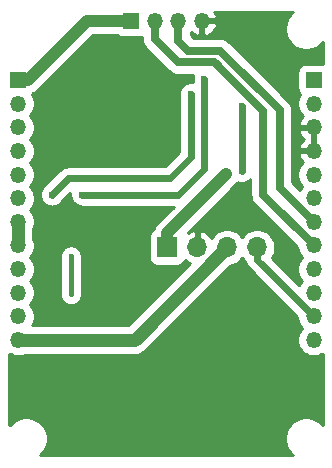
<source format=gbl>
%TF.GenerationSoftware,KiCad,Pcbnew,5.1.7-a382d34a8~88~ubuntu18.04.1*%
%TF.CreationDate,2022-07-15T15:30:23-05:00*%
%TF.ProjectId,Global_Val_Sen,476c6f62-616c-45f5-9661-6c5f53656e2e,rev?*%
%TF.SameCoordinates,Original*%
%TF.FileFunction,Copper,L2,Bot*%
%TF.FilePolarity,Positive*%
%FSLAX46Y46*%
G04 Gerber Fmt 4.6, Leading zero omitted, Abs format (unit mm)*
G04 Created by KiCad (PCBNEW 5.1.7-a382d34a8~88~ubuntu18.04.1) date 2022-07-15 15:30:23*
%MOMM*%
%LPD*%
G01*
G04 APERTURE LIST*
%TA.AperFunction,ComponentPad*%
%ADD10O,1.700000X1.700000*%
%TD*%
%TA.AperFunction,ComponentPad*%
%ADD11R,1.700000X1.700000*%
%TD*%
%TA.AperFunction,ComponentPad*%
%ADD12O,1.350000X1.350000*%
%TD*%
%TA.AperFunction,ComponentPad*%
%ADD13R,1.350000X1.350000*%
%TD*%
%TA.AperFunction,ViaPad*%
%ADD14C,0.600000*%
%TD*%
%TA.AperFunction,ViaPad*%
%ADD15C,0.800000*%
%TD*%
%TA.AperFunction,ViaPad*%
%ADD16C,1.000000*%
%TD*%
%TA.AperFunction,ViaPad*%
%ADD17C,0.425000*%
%TD*%
%TA.AperFunction,Conductor*%
%ADD18C,0.600000*%
%TD*%
%TA.AperFunction,Conductor*%
%ADD19C,0.700000*%
%TD*%
%TA.AperFunction,Conductor*%
%ADD20C,1.100000*%
%TD*%
%TA.AperFunction,Conductor*%
%ADD21C,0.425000*%
%TD*%
%TA.AperFunction,Conductor*%
%ADD22C,1.000000*%
%TD*%
%TA.AperFunction,Conductor*%
%ADD23C,0.254000*%
%TD*%
%TA.AperFunction,Conductor*%
%ADD24C,0.100000*%
%TD*%
G04 APERTURE END LIST*
D10*
X41700000Y-60670000D03*
X39160000Y-60670000D03*
X36620000Y-60670000D03*
D11*
X34080000Y-60670000D03*
D12*
X37020000Y-41490000D03*
X35020000Y-41490000D03*
X33020000Y-41490000D03*
D13*
X31020000Y-41490000D03*
D12*
X21500000Y-68500000D03*
X21500000Y-66500000D03*
X21500000Y-64500000D03*
X21500000Y-62500000D03*
X21500000Y-60500000D03*
X21500000Y-58500000D03*
X21500000Y-56500000D03*
X21500000Y-54500000D03*
X21500000Y-52500000D03*
X21500000Y-50500000D03*
X21500000Y-48500000D03*
D13*
X21500000Y-46500000D03*
D12*
X46500000Y-68500000D03*
X46500000Y-66500000D03*
X46500000Y-64500000D03*
X46500000Y-62500000D03*
X46500000Y-60500000D03*
X46500000Y-58500000D03*
X46500000Y-56500000D03*
X46500000Y-54500000D03*
X46500000Y-52500000D03*
X46500000Y-50500000D03*
X46500000Y-48500000D03*
D13*
X46500000Y-46500000D03*
D14*
X31600000Y-59020000D03*
D15*
X40310000Y-57840000D03*
D14*
X43450000Y-72660000D03*
X41240000Y-77460000D03*
X36660000Y-59020000D03*
D16*
X34870000Y-62700000D03*
D14*
X29350000Y-43500000D03*
X43150000Y-65270000D03*
X37240000Y-46380000D03*
X26900000Y-56195000D03*
D17*
X25940000Y-61410000D03*
X25940000Y-64650000D03*
D14*
X36110000Y-47670000D03*
X24340000Y-56195000D03*
D16*
X39110000Y-54430000D03*
D14*
X40400000Y-48700000D03*
X40400000Y-54200000D03*
D18*
X43480000Y-72450000D02*
X43480000Y-75220000D01*
X43480000Y-75220000D02*
X41240000Y-77460000D01*
D19*
X46500000Y-60500000D02*
X42190000Y-56190000D01*
X42190000Y-56190000D02*
X42190000Y-49140000D01*
X38350000Y-45300000D02*
X38350000Y-45260000D01*
X42190000Y-49140000D02*
X38350000Y-45300000D01*
X38350000Y-45260000D02*
X38090000Y-45000000D01*
X38090000Y-45000000D02*
X34970000Y-45000000D01*
X33020000Y-43050000D02*
X33020000Y-41490000D01*
X34970000Y-45000000D02*
X33020000Y-43050000D01*
X43600000Y-55600000D02*
X46500000Y-58500000D01*
X43600000Y-49010000D02*
X43600000Y-55600000D01*
X35880000Y-44010000D02*
X38600000Y-44010000D01*
X35020000Y-41490000D02*
X35020000Y-43150000D01*
X35020000Y-43150000D02*
X35880000Y-44010000D01*
X38600000Y-44010000D02*
X43600000Y-49010000D01*
D18*
X41700000Y-61700000D02*
X41700000Y-60670000D01*
X46500000Y-66500000D02*
X41700000Y-61700000D01*
D20*
X31330000Y-68500000D02*
X21500000Y-68500000D01*
X39160000Y-60670000D02*
X31330000Y-68500000D01*
D18*
X37240000Y-46380000D02*
X37240000Y-53990000D01*
X37240000Y-53990000D02*
X35035000Y-56195000D01*
X35035000Y-56195000D02*
X26900000Y-56195000D01*
D21*
X25940000Y-61410000D02*
X25940000Y-64650000D01*
D20*
X21500000Y-58500000D02*
X21500000Y-60500000D01*
D18*
X36110000Y-47670000D02*
X36110000Y-53040000D01*
X36110000Y-53040000D02*
X34330000Y-54820000D01*
X34330000Y-54820000D02*
X25715000Y-54820000D01*
X25715000Y-54820000D02*
X24340000Y-56195000D01*
D22*
X21500000Y-46500000D02*
X22290000Y-46500000D01*
X22290000Y-46500000D02*
X27300000Y-41490000D01*
X27300000Y-41490000D02*
X31020000Y-41490000D01*
X39110000Y-54430000D02*
X34530000Y-59010000D01*
X34080000Y-59460000D02*
X34530000Y-59010000D01*
X34080000Y-60670000D02*
X34080000Y-59460000D01*
D18*
X40400000Y-48700000D02*
X40400000Y-54200000D01*
D23*
X40490599Y-61662530D02*
X40705615Y-61877546D01*
X40707571Y-61897406D01*
X40735706Y-61990155D01*
X40765152Y-62087226D01*
X40858659Y-62262166D01*
X40984498Y-62415502D01*
X41022931Y-62447043D01*
X45118000Y-66542113D01*
X45118000Y-66636115D01*
X45171109Y-66903115D01*
X45275287Y-67154623D01*
X45426530Y-67380974D01*
X45545556Y-67500000D01*
X45426530Y-67619026D01*
X45275287Y-67845377D01*
X45171109Y-68096885D01*
X45118000Y-68363885D01*
X45118000Y-68636115D01*
X45171109Y-68903115D01*
X45275287Y-69154623D01*
X45426530Y-69380974D01*
X45619026Y-69573470D01*
X45845377Y-69724713D01*
X46096885Y-69828891D01*
X46363885Y-69882000D01*
X46636115Y-69882000D01*
X46903115Y-69828891D01*
X47154623Y-69724713D01*
X47268001Y-69648956D01*
X47268001Y-75719676D01*
X47253588Y-75698105D01*
X47001895Y-75446412D01*
X46705935Y-75248658D01*
X46377082Y-75112442D01*
X46027974Y-75043000D01*
X45672026Y-75043000D01*
X45322918Y-75112442D01*
X44994065Y-75248658D01*
X44698105Y-75446412D01*
X44446412Y-75698105D01*
X44248658Y-75994065D01*
X44112442Y-76322918D01*
X44043000Y-76672026D01*
X44043000Y-77027974D01*
X44112442Y-77377082D01*
X44248658Y-77705935D01*
X44446412Y-78001895D01*
X44698105Y-78253588D01*
X44719674Y-78268000D01*
X23280326Y-78268000D01*
X23301895Y-78253588D01*
X23553588Y-78001895D01*
X23751342Y-77705935D01*
X23887558Y-77377082D01*
X23957000Y-77027974D01*
X23957000Y-76672026D01*
X23887558Y-76322918D01*
X23751342Y-75994065D01*
X23553588Y-75698105D01*
X23301895Y-75446412D01*
X23005935Y-75248658D01*
X22677082Y-75112442D01*
X22327974Y-75043000D01*
X21972026Y-75043000D01*
X21622918Y-75112442D01*
X21294065Y-75248658D01*
X20998105Y-75446412D01*
X20746412Y-75698105D01*
X20732000Y-75719674D01*
X20732000Y-69648957D01*
X20845377Y-69724713D01*
X21096885Y-69828891D01*
X21363885Y-69882000D01*
X21636115Y-69882000D01*
X21903115Y-69828891D01*
X22076675Y-69757000D01*
X31268249Y-69757000D01*
X31330000Y-69763082D01*
X31391751Y-69757000D01*
X31576415Y-69738812D01*
X31813361Y-69666936D01*
X32031731Y-69550214D01*
X32223134Y-69393134D01*
X32262506Y-69345159D01*
X39397380Y-62210286D01*
X39614160Y-62167166D01*
X39897516Y-62049796D01*
X40152530Y-61879401D01*
X40369401Y-61662530D01*
X40430000Y-61571837D01*
X40490599Y-61662530D01*
%TA.AperFunction,Conductor*%
D24*
G36*
X40490599Y-61662530D02*
G01*
X40705615Y-61877546D01*
X40707571Y-61897406D01*
X40735706Y-61990155D01*
X40765152Y-62087226D01*
X40858659Y-62262166D01*
X40984498Y-62415502D01*
X41022931Y-62447043D01*
X45118000Y-66542113D01*
X45118000Y-66636115D01*
X45171109Y-66903115D01*
X45275287Y-67154623D01*
X45426530Y-67380974D01*
X45545556Y-67500000D01*
X45426530Y-67619026D01*
X45275287Y-67845377D01*
X45171109Y-68096885D01*
X45118000Y-68363885D01*
X45118000Y-68636115D01*
X45171109Y-68903115D01*
X45275287Y-69154623D01*
X45426530Y-69380974D01*
X45619026Y-69573470D01*
X45845377Y-69724713D01*
X46096885Y-69828891D01*
X46363885Y-69882000D01*
X46636115Y-69882000D01*
X46903115Y-69828891D01*
X47154623Y-69724713D01*
X47268001Y-69648956D01*
X47268001Y-75719676D01*
X47253588Y-75698105D01*
X47001895Y-75446412D01*
X46705935Y-75248658D01*
X46377082Y-75112442D01*
X46027974Y-75043000D01*
X45672026Y-75043000D01*
X45322918Y-75112442D01*
X44994065Y-75248658D01*
X44698105Y-75446412D01*
X44446412Y-75698105D01*
X44248658Y-75994065D01*
X44112442Y-76322918D01*
X44043000Y-76672026D01*
X44043000Y-77027974D01*
X44112442Y-77377082D01*
X44248658Y-77705935D01*
X44446412Y-78001895D01*
X44698105Y-78253588D01*
X44719674Y-78268000D01*
X23280326Y-78268000D01*
X23301895Y-78253588D01*
X23553588Y-78001895D01*
X23751342Y-77705935D01*
X23887558Y-77377082D01*
X23957000Y-77027974D01*
X23957000Y-76672026D01*
X23887558Y-76322918D01*
X23751342Y-75994065D01*
X23553588Y-75698105D01*
X23301895Y-75446412D01*
X23005935Y-75248658D01*
X22677082Y-75112442D01*
X22327974Y-75043000D01*
X21972026Y-75043000D01*
X21622918Y-75112442D01*
X21294065Y-75248658D01*
X20998105Y-75446412D01*
X20746412Y-75698105D01*
X20732000Y-75719674D01*
X20732000Y-69648957D01*
X20845377Y-69724713D01*
X21096885Y-69828891D01*
X21363885Y-69882000D01*
X21636115Y-69882000D01*
X21903115Y-69828891D01*
X22076675Y-69757000D01*
X31268249Y-69757000D01*
X31330000Y-69763082D01*
X31391751Y-69757000D01*
X31576415Y-69738812D01*
X31813361Y-69666936D01*
X32031731Y-69550214D01*
X32223134Y-69393134D01*
X32262506Y-69345159D01*
X39397380Y-62210286D01*
X39614160Y-62167166D01*
X39897516Y-62049796D01*
X40152530Y-61879401D01*
X40369401Y-61662530D01*
X40430000Y-61571837D01*
X40490599Y-61662530D01*
G37*
%TD.AperFunction*%
D23*
X29950312Y-42755693D02*
X30073134Y-42821342D01*
X30206404Y-42861769D01*
X30345000Y-42875420D01*
X31695000Y-42875420D01*
X31833596Y-42861769D01*
X31963000Y-42822515D01*
X31963000Y-42998084D01*
X31957887Y-43050000D01*
X31963000Y-43101916D01*
X31963000Y-43101923D01*
X31978294Y-43257207D01*
X32038735Y-43456452D01*
X32136884Y-43640079D01*
X32268972Y-43801028D01*
X32309308Y-43834131D01*
X34185872Y-45710696D01*
X34218972Y-45751028D01*
X34379921Y-45883116D01*
X34563547Y-45981265D01*
X34762792Y-46041706D01*
X34918076Y-46057000D01*
X34918085Y-46057000D01*
X34969999Y-46062113D01*
X35021913Y-46057000D01*
X36283823Y-46057000D01*
X36271699Y-46086269D01*
X36262000Y-46135029D01*
X36247571Y-46182595D01*
X36242699Y-46232059D01*
X36233000Y-46280819D01*
X36233000Y-46667738D01*
X36209181Y-46663000D01*
X36159465Y-46663000D01*
X36110000Y-46658128D01*
X36060534Y-46663000D01*
X36010819Y-46663000D01*
X35962059Y-46672699D01*
X35912594Y-46677571D01*
X35865026Y-46692001D01*
X35816269Y-46701699D01*
X35770346Y-46720721D01*
X35722773Y-46735152D01*
X35678927Y-46758588D01*
X35633007Y-46777609D01*
X35591678Y-46805224D01*
X35547834Y-46828659D01*
X35509407Y-46860195D01*
X35468075Y-46887812D01*
X35432925Y-46922962D01*
X35394498Y-46954498D01*
X35362962Y-46992925D01*
X35327812Y-47028075D01*
X35300195Y-47069407D01*
X35268659Y-47107834D01*
X35245224Y-47151677D01*
X35217609Y-47193007D01*
X35198587Y-47238930D01*
X35175152Y-47282774D01*
X35160722Y-47330343D01*
X35141699Y-47376269D01*
X35132000Y-47425029D01*
X35117571Y-47472595D01*
X35112699Y-47522059D01*
X35103000Y-47570819D01*
X35103000Y-47620535D01*
X35103001Y-52622886D01*
X33912888Y-53813000D01*
X25764466Y-53813000D01*
X25715000Y-53808128D01*
X25517593Y-53827571D01*
X25340336Y-53881341D01*
X25327773Y-53885152D01*
X25152834Y-53978659D01*
X24999498Y-54104498D01*
X24967961Y-54142926D01*
X23698078Y-55412810D01*
X23698075Y-55412812D01*
X23557812Y-55553075D01*
X23530190Y-55594415D01*
X23498660Y-55632834D01*
X23475228Y-55676672D01*
X23447609Y-55718007D01*
X23428586Y-55763932D01*
X23405152Y-55807774D01*
X23390722Y-55855344D01*
X23371699Y-55901269D01*
X23362000Y-55950026D01*
X23347571Y-55997594D01*
X23342699Y-56047059D01*
X23333000Y-56095819D01*
X23333000Y-56145534D01*
X23328128Y-56195000D01*
X23333000Y-56244466D01*
X23333000Y-56294181D01*
X23342699Y-56342941D01*
X23347571Y-56392406D01*
X23362000Y-56439974D01*
X23371699Y-56488731D01*
X23390722Y-56534656D01*
X23405152Y-56582226D01*
X23428586Y-56626068D01*
X23447609Y-56671993D01*
X23475228Y-56713328D01*
X23498660Y-56757166D01*
X23530190Y-56795585D01*
X23557812Y-56836925D01*
X23592971Y-56872084D01*
X23624499Y-56910501D01*
X23662916Y-56942029D01*
X23698075Y-56977188D01*
X23739415Y-57004810D01*
X23777834Y-57036340D01*
X23821672Y-57059772D01*
X23863007Y-57087391D01*
X23908932Y-57106414D01*
X23952774Y-57129848D01*
X24000344Y-57144278D01*
X24046269Y-57163301D01*
X24095026Y-57173000D01*
X24142594Y-57187429D01*
X24192059Y-57192301D01*
X24240819Y-57202000D01*
X24290534Y-57202000D01*
X24340000Y-57206872D01*
X24389466Y-57202000D01*
X24439181Y-57202000D01*
X24487941Y-57192301D01*
X24537406Y-57187429D01*
X24584974Y-57173000D01*
X24633731Y-57163301D01*
X24679656Y-57144278D01*
X24727226Y-57129848D01*
X24771068Y-57106414D01*
X24816993Y-57087391D01*
X24858328Y-57059772D01*
X24902166Y-57036340D01*
X24940585Y-57004810D01*
X24981925Y-56977188D01*
X25122188Y-56836925D01*
X25122190Y-56836922D01*
X25900376Y-56058736D01*
X25893000Y-56095819D01*
X25893000Y-56145534D01*
X25888128Y-56195000D01*
X25893000Y-56244466D01*
X25893000Y-56294181D01*
X25902699Y-56342941D01*
X25907571Y-56392406D01*
X25922001Y-56439974D01*
X25931699Y-56488731D01*
X25950721Y-56534654D01*
X25965152Y-56582227D01*
X25988588Y-56626073D01*
X26007609Y-56671993D01*
X26035224Y-56713322D01*
X26058659Y-56757166D01*
X26090195Y-56795593D01*
X26117812Y-56836925D01*
X26152962Y-56872075D01*
X26184498Y-56910502D01*
X26222925Y-56942038D01*
X26258075Y-56977188D01*
X26299407Y-57004805D01*
X26337834Y-57036341D01*
X26381678Y-57059776D01*
X26423007Y-57087391D01*
X26468927Y-57106412D01*
X26512773Y-57129848D01*
X26560346Y-57144279D01*
X26606269Y-57163301D01*
X26655026Y-57172999D01*
X26702594Y-57187429D01*
X26752060Y-57192301D01*
X26800819Y-57202000D01*
X34631046Y-57202000D01*
X33718455Y-58114591D01*
X33718450Y-58114595D01*
X33268452Y-58564594D01*
X33222394Y-58602393D01*
X33071561Y-58786182D01*
X32959482Y-58995866D01*
X32898994Y-59195269D01*
X32835312Y-59229307D01*
X32727657Y-59317657D01*
X32639307Y-59425312D01*
X32573658Y-59548134D01*
X32533231Y-59681404D01*
X32519580Y-59820000D01*
X32519580Y-61520000D01*
X32533231Y-61658596D01*
X32573658Y-61791866D01*
X32639307Y-61914688D01*
X32727657Y-62022343D01*
X32835312Y-62110693D01*
X32958134Y-62176342D01*
X33091404Y-62216769D01*
X33230000Y-62230420D01*
X34930000Y-62230420D01*
X35068596Y-62216769D01*
X35201866Y-62176342D01*
X35324688Y-62110693D01*
X35432343Y-62022343D01*
X35520693Y-61914688D01*
X35586342Y-61791866D01*
X35600259Y-61745986D01*
X35619731Y-61767588D01*
X35853080Y-61941641D01*
X36027578Y-62024756D01*
X30809335Y-67243000D01*
X22665661Y-67243000D01*
X22724713Y-67154623D01*
X22828891Y-66903115D01*
X22882000Y-66636115D01*
X22882000Y-66363885D01*
X22828891Y-66096885D01*
X22724713Y-65845377D01*
X22573470Y-65619026D01*
X22454444Y-65500000D01*
X22573470Y-65380974D01*
X22724713Y-65154623D01*
X22828891Y-64903115D01*
X22882000Y-64636115D01*
X22882000Y-64363885D01*
X22828891Y-64096885D01*
X22724713Y-63845377D01*
X22573470Y-63619026D01*
X22454444Y-63500000D01*
X22573470Y-63380974D01*
X22724713Y-63154623D01*
X22828891Y-62903115D01*
X22882000Y-62636115D01*
X22882000Y-62363885D01*
X22828891Y-62096885D01*
X22724713Y-61845377D01*
X22573470Y-61619026D01*
X22454444Y-61500000D01*
X22573470Y-61380974D01*
X22614587Y-61319437D01*
X25020500Y-61319437D01*
X25020500Y-61364828D01*
X25020501Y-64559432D01*
X25020500Y-64559437D01*
X25020500Y-64740563D01*
X25029357Y-64785088D01*
X25033805Y-64830254D01*
X25046980Y-64873686D01*
X25055836Y-64918208D01*
X25073208Y-64960147D01*
X25086383Y-65003580D01*
X25107778Y-65043608D01*
X25125150Y-65085547D01*
X25150369Y-65123290D01*
X25171765Y-65163319D01*
X25200560Y-65198406D01*
X25225778Y-65236147D01*
X25257874Y-65268243D01*
X25286670Y-65303331D01*
X25321758Y-65332127D01*
X25353853Y-65364222D01*
X25391593Y-65389439D01*
X25426682Y-65418236D01*
X25466714Y-65439633D01*
X25504453Y-65464850D01*
X25546388Y-65482220D01*
X25586421Y-65503618D01*
X25629859Y-65516795D01*
X25671792Y-65534164D01*
X25716307Y-65543019D01*
X25759747Y-65556196D01*
X25804921Y-65560645D01*
X25849437Y-65569500D01*
X25894828Y-65569500D01*
X25940000Y-65573949D01*
X25985173Y-65569500D01*
X26030563Y-65569500D01*
X26075078Y-65560645D01*
X26120254Y-65556196D01*
X26163695Y-65543018D01*
X26208208Y-65534164D01*
X26250138Y-65516796D01*
X26293580Y-65503618D01*
X26333616Y-65482218D01*
X26375547Y-65464850D01*
X26413282Y-65439636D01*
X26453319Y-65418236D01*
X26488413Y-65389435D01*
X26526147Y-65364222D01*
X26558237Y-65332132D01*
X26593331Y-65303331D01*
X26622132Y-65268237D01*
X26654222Y-65236147D01*
X26679435Y-65198413D01*
X26708236Y-65163319D01*
X26729636Y-65123282D01*
X26754850Y-65085547D01*
X26772218Y-65043616D01*
X26793618Y-65003580D01*
X26806796Y-64960138D01*
X26824164Y-64918208D01*
X26833018Y-64873695D01*
X26846196Y-64830254D01*
X26850645Y-64785078D01*
X26859500Y-64740563D01*
X26859500Y-61319437D01*
X26850645Y-61274922D01*
X26846196Y-61229746D01*
X26833018Y-61186305D01*
X26824164Y-61141792D01*
X26806796Y-61099862D01*
X26793618Y-61056420D01*
X26772218Y-61016384D01*
X26754850Y-60974453D01*
X26729636Y-60936718D01*
X26708236Y-60896681D01*
X26679435Y-60861587D01*
X26654222Y-60823853D01*
X26622132Y-60791763D01*
X26593331Y-60756669D01*
X26558239Y-60727870D01*
X26526147Y-60695778D01*
X26488409Y-60670562D01*
X26453318Y-60641764D01*
X26413286Y-60620367D01*
X26375547Y-60595150D01*
X26333612Y-60577780D01*
X26293579Y-60556382D01*
X26250141Y-60543205D01*
X26208208Y-60525836D01*
X26163693Y-60516981D01*
X26120253Y-60503804D01*
X26075079Y-60499355D01*
X26030563Y-60490500D01*
X25985172Y-60490500D01*
X25940000Y-60486051D01*
X25894827Y-60490500D01*
X25849437Y-60490500D01*
X25804922Y-60499355D01*
X25759746Y-60503804D01*
X25716305Y-60516982D01*
X25671792Y-60525836D01*
X25629862Y-60543204D01*
X25586420Y-60556382D01*
X25546384Y-60577782D01*
X25504453Y-60595150D01*
X25466718Y-60620364D01*
X25426681Y-60641764D01*
X25391587Y-60670565D01*
X25353853Y-60695778D01*
X25321763Y-60727868D01*
X25286669Y-60756669D01*
X25257870Y-60791761D01*
X25225778Y-60823853D01*
X25200562Y-60861591D01*
X25171764Y-60896682D01*
X25150367Y-60936714D01*
X25125150Y-60974453D01*
X25107780Y-61016388D01*
X25086382Y-61056421D01*
X25073205Y-61099859D01*
X25055836Y-61141792D01*
X25046981Y-61186307D01*
X25033804Y-61229747D01*
X25029355Y-61274921D01*
X25020500Y-61319437D01*
X22614587Y-61319437D01*
X22724713Y-61154623D01*
X22828891Y-60903115D01*
X22882000Y-60636115D01*
X22882000Y-60363885D01*
X22828891Y-60096885D01*
X22757000Y-59923325D01*
X22757000Y-59076675D01*
X22828891Y-58903115D01*
X22882000Y-58636115D01*
X22882000Y-58363885D01*
X22828891Y-58096885D01*
X22724713Y-57845377D01*
X22573470Y-57619026D01*
X22454444Y-57500000D01*
X22573470Y-57380974D01*
X22724713Y-57154623D01*
X22828891Y-56903115D01*
X22882000Y-56636115D01*
X22882000Y-56363885D01*
X22828891Y-56096885D01*
X22724713Y-55845377D01*
X22573470Y-55619026D01*
X22454444Y-55500000D01*
X22573470Y-55380974D01*
X22724713Y-55154623D01*
X22828891Y-54903115D01*
X22882000Y-54636115D01*
X22882000Y-54363885D01*
X22828891Y-54096885D01*
X22724713Y-53845377D01*
X22573470Y-53619026D01*
X22454444Y-53500000D01*
X22573470Y-53380974D01*
X22724713Y-53154623D01*
X22828891Y-52903115D01*
X22882000Y-52636115D01*
X22882000Y-52363885D01*
X22828891Y-52096885D01*
X22724713Y-51845377D01*
X22573470Y-51619026D01*
X22454444Y-51500000D01*
X22573470Y-51380974D01*
X22724713Y-51154623D01*
X22828891Y-50903115D01*
X22882000Y-50636115D01*
X22882000Y-50363885D01*
X22828891Y-50096885D01*
X22724713Y-49845377D01*
X22573470Y-49619026D01*
X22454444Y-49500000D01*
X22573470Y-49380974D01*
X22724713Y-49154623D01*
X22828891Y-48903115D01*
X22882000Y-48636115D01*
X22882000Y-48363885D01*
X22828891Y-48096885D01*
X22724713Y-47845377D01*
X22635423Y-47711746D01*
X22677343Y-47677343D01*
X22713982Y-47632698D01*
X22754134Y-47620518D01*
X22963818Y-47508440D01*
X23147607Y-47357607D01*
X23185411Y-47311543D01*
X27799955Y-42697000D01*
X29878794Y-42697000D01*
X29950312Y-42755693D01*
%TA.AperFunction,Conductor*%
D24*
G36*
X29950312Y-42755693D02*
G01*
X30073134Y-42821342D01*
X30206404Y-42861769D01*
X30345000Y-42875420D01*
X31695000Y-42875420D01*
X31833596Y-42861769D01*
X31963000Y-42822515D01*
X31963000Y-42998084D01*
X31957887Y-43050000D01*
X31963000Y-43101916D01*
X31963000Y-43101923D01*
X31978294Y-43257207D01*
X32038735Y-43456452D01*
X32136884Y-43640079D01*
X32268972Y-43801028D01*
X32309308Y-43834131D01*
X34185872Y-45710696D01*
X34218972Y-45751028D01*
X34379921Y-45883116D01*
X34563547Y-45981265D01*
X34762792Y-46041706D01*
X34918076Y-46057000D01*
X34918085Y-46057000D01*
X34969999Y-46062113D01*
X35021913Y-46057000D01*
X36283823Y-46057000D01*
X36271699Y-46086269D01*
X36262000Y-46135029D01*
X36247571Y-46182595D01*
X36242699Y-46232059D01*
X36233000Y-46280819D01*
X36233000Y-46667738D01*
X36209181Y-46663000D01*
X36159465Y-46663000D01*
X36110000Y-46658128D01*
X36060534Y-46663000D01*
X36010819Y-46663000D01*
X35962059Y-46672699D01*
X35912594Y-46677571D01*
X35865026Y-46692001D01*
X35816269Y-46701699D01*
X35770346Y-46720721D01*
X35722773Y-46735152D01*
X35678927Y-46758588D01*
X35633007Y-46777609D01*
X35591678Y-46805224D01*
X35547834Y-46828659D01*
X35509407Y-46860195D01*
X35468075Y-46887812D01*
X35432925Y-46922962D01*
X35394498Y-46954498D01*
X35362962Y-46992925D01*
X35327812Y-47028075D01*
X35300195Y-47069407D01*
X35268659Y-47107834D01*
X35245224Y-47151677D01*
X35217609Y-47193007D01*
X35198587Y-47238930D01*
X35175152Y-47282774D01*
X35160722Y-47330343D01*
X35141699Y-47376269D01*
X35132000Y-47425029D01*
X35117571Y-47472595D01*
X35112699Y-47522059D01*
X35103000Y-47570819D01*
X35103000Y-47620535D01*
X35103001Y-52622886D01*
X33912888Y-53813000D01*
X25764466Y-53813000D01*
X25715000Y-53808128D01*
X25517593Y-53827571D01*
X25340336Y-53881341D01*
X25327773Y-53885152D01*
X25152834Y-53978659D01*
X24999498Y-54104498D01*
X24967961Y-54142926D01*
X23698078Y-55412810D01*
X23698075Y-55412812D01*
X23557812Y-55553075D01*
X23530190Y-55594415D01*
X23498660Y-55632834D01*
X23475228Y-55676672D01*
X23447609Y-55718007D01*
X23428586Y-55763932D01*
X23405152Y-55807774D01*
X23390722Y-55855344D01*
X23371699Y-55901269D01*
X23362000Y-55950026D01*
X23347571Y-55997594D01*
X23342699Y-56047059D01*
X23333000Y-56095819D01*
X23333000Y-56145534D01*
X23328128Y-56195000D01*
X23333000Y-56244466D01*
X23333000Y-56294181D01*
X23342699Y-56342941D01*
X23347571Y-56392406D01*
X23362000Y-56439974D01*
X23371699Y-56488731D01*
X23390722Y-56534656D01*
X23405152Y-56582226D01*
X23428586Y-56626068D01*
X23447609Y-56671993D01*
X23475228Y-56713328D01*
X23498660Y-56757166D01*
X23530190Y-56795585D01*
X23557812Y-56836925D01*
X23592971Y-56872084D01*
X23624499Y-56910501D01*
X23662916Y-56942029D01*
X23698075Y-56977188D01*
X23739415Y-57004810D01*
X23777834Y-57036340D01*
X23821672Y-57059772D01*
X23863007Y-57087391D01*
X23908932Y-57106414D01*
X23952774Y-57129848D01*
X24000344Y-57144278D01*
X24046269Y-57163301D01*
X24095026Y-57173000D01*
X24142594Y-57187429D01*
X24192059Y-57192301D01*
X24240819Y-57202000D01*
X24290534Y-57202000D01*
X24340000Y-57206872D01*
X24389466Y-57202000D01*
X24439181Y-57202000D01*
X24487941Y-57192301D01*
X24537406Y-57187429D01*
X24584974Y-57173000D01*
X24633731Y-57163301D01*
X24679656Y-57144278D01*
X24727226Y-57129848D01*
X24771068Y-57106414D01*
X24816993Y-57087391D01*
X24858328Y-57059772D01*
X24902166Y-57036340D01*
X24940585Y-57004810D01*
X24981925Y-56977188D01*
X25122188Y-56836925D01*
X25122190Y-56836922D01*
X25900376Y-56058736D01*
X25893000Y-56095819D01*
X25893000Y-56145534D01*
X25888128Y-56195000D01*
X25893000Y-56244466D01*
X25893000Y-56294181D01*
X25902699Y-56342941D01*
X25907571Y-56392406D01*
X25922001Y-56439974D01*
X25931699Y-56488731D01*
X25950721Y-56534654D01*
X25965152Y-56582227D01*
X25988588Y-56626073D01*
X26007609Y-56671993D01*
X26035224Y-56713322D01*
X26058659Y-56757166D01*
X26090195Y-56795593D01*
X26117812Y-56836925D01*
X26152962Y-56872075D01*
X26184498Y-56910502D01*
X26222925Y-56942038D01*
X26258075Y-56977188D01*
X26299407Y-57004805D01*
X26337834Y-57036341D01*
X26381678Y-57059776D01*
X26423007Y-57087391D01*
X26468927Y-57106412D01*
X26512773Y-57129848D01*
X26560346Y-57144279D01*
X26606269Y-57163301D01*
X26655026Y-57172999D01*
X26702594Y-57187429D01*
X26752060Y-57192301D01*
X26800819Y-57202000D01*
X34631046Y-57202000D01*
X33718455Y-58114591D01*
X33718450Y-58114595D01*
X33268452Y-58564594D01*
X33222394Y-58602393D01*
X33071561Y-58786182D01*
X32959482Y-58995866D01*
X32898994Y-59195269D01*
X32835312Y-59229307D01*
X32727657Y-59317657D01*
X32639307Y-59425312D01*
X32573658Y-59548134D01*
X32533231Y-59681404D01*
X32519580Y-59820000D01*
X32519580Y-61520000D01*
X32533231Y-61658596D01*
X32573658Y-61791866D01*
X32639307Y-61914688D01*
X32727657Y-62022343D01*
X32835312Y-62110693D01*
X32958134Y-62176342D01*
X33091404Y-62216769D01*
X33230000Y-62230420D01*
X34930000Y-62230420D01*
X35068596Y-62216769D01*
X35201866Y-62176342D01*
X35324688Y-62110693D01*
X35432343Y-62022343D01*
X35520693Y-61914688D01*
X35586342Y-61791866D01*
X35600259Y-61745986D01*
X35619731Y-61767588D01*
X35853080Y-61941641D01*
X36027578Y-62024756D01*
X30809335Y-67243000D01*
X22665661Y-67243000D01*
X22724713Y-67154623D01*
X22828891Y-66903115D01*
X22882000Y-66636115D01*
X22882000Y-66363885D01*
X22828891Y-66096885D01*
X22724713Y-65845377D01*
X22573470Y-65619026D01*
X22454444Y-65500000D01*
X22573470Y-65380974D01*
X22724713Y-65154623D01*
X22828891Y-64903115D01*
X22882000Y-64636115D01*
X22882000Y-64363885D01*
X22828891Y-64096885D01*
X22724713Y-63845377D01*
X22573470Y-63619026D01*
X22454444Y-63500000D01*
X22573470Y-63380974D01*
X22724713Y-63154623D01*
X22828891Y-62903115D01*
X22882000Y-62636115D01*
X22882000Y-62363885D01*
X22828891Y-62096885D01*
X22724713Y-61845377D01*
X22573470Y-61619026D01*
X22454444Y-61500000D01*
X22573470Y-61380974D01*
X22614587Y-61319437D01*
X25020500Y-61319437D01*
X25020500Y-61364828D01*
X25020501Y-64559432D01*
X25020500Y-64559437D01*
X25020500Y-64740563D01*
X25029357Y-64785088D01*
X25033805Y-64830254D01*
X25046980Y-64873686D01*
X25055836Y-64918208D01*
X25073208Y-64960147D01*
X25086383Y-65003580D01*
X25107778Y-65043608D01*
X25125150Y-65085547D01*
X25150369Y-65123290D01*
X25171765Y-65163319D01*
X25200560Y-65198406D01*
X25225778Y-65236147D01*
X25257874Y-65268243D01*
X25286670Y-65303331D01*
X25321758Y-65332127D01*
X25353853Y-65364222D01*
X25391593Y-65389439D01*
X25426682Y-65418236D01*
X25466714Y-65439633D01*
X25504453Y-65464850D01*
X25546388Y-65482220D01*
X25586421Y-65503618D01*
X25629859Y-65516795D01*
X25671792Y-65534164D01*
X25716307Y-65543019D01*
X25759747Y-65556196D01*
X25804921Y-65560645D01*
X25849437Y-65569500D01*
X25894828Y-65569500D01*
X25940000Y-65573949D01*
X25985173Y-65569500D01*
X26030563Y-65569500D01*
X26075078Y-65560645D01*
X26120254Y-65556196D01*
X26163695Y-65543018D01*
X26208208Y-65534164D01*
X26250138Y-65516796D01*
X26293580Y-65503618D01*
X26333616Y-65482218D01*
X26375547Y-65464850D01*
X26413282Y-65439636D01*
X26453319Y-65418236D01*
X26488413Y-65389435D01*
X26526147Y-65364222D01*
X26558237Y-65332132D01*
X26593331Y-65303331D01*
X26622132Y-65268237D01*
X26654222Y-65236147D01*
X26679435Y-65198413D01*
X26708236Y-65163319D01*
X26729636Y-65123282D01*
X26754850Y-65085547D01*
X26772218Y-65043616D01*
X26793618Y-65003580D01*
X26806796Y-64960138D01*
X26824164Y-64918208D01*
X26833018Y-64873695D01*
X26846196Y-64830254D01*
X26850645Y-64785078D01*
X26859500Y-64740563D01*
X26859500Y-61319437D01*
X26850645Y-61274922D01*
X26846196Y-61229746D01*
X26833018Y-61186305D01*
X26824164Y-61141792D01*
X26806796Y-61099862D01*
X26793618Y-61056420D01*
X26772218Y-61016384D01*
X26754850Y-60974453D01*
X26729636Y-60936718D01*
X26708236Y-60896681D01*
X26679435Y-60861587D01*
X26654222Y-60823853D01*
X26622132Y-60791763D01*
X26593331Y-60756669D01*
X26558239Y-60727870D01*
X26526147Y-60695778D01*
X26488409Y-60670562D01*
X26453318Y-60641764D01*
X26413286Y-60620367D01*
X26375547Y-60595150D01*
X26333612Y-60577780D01*
X26293579Y-60556382D01*
X26250141Y-60543205D01*
X26208208Y-60525836D01*
X26163693Y-60516981D01*
X26120253Y-60503804D01*
X26075079Y-60499355D01*
X26030563Y-60490500D01*
X25985172Y-60490500D01*
X25940000Y-60486051D01*
X25894827Y-60490500D01*
X25849437Y-60490500D01*
X25804922Y-60499355D01*
X25759746Y-60503804D01*
X25716305Y-60516982D01*
X25671792Y-60525836D01*
X25629862Y-60543204D01*
X25586420Y-60556382D01*
X25546384Y-60577782D01*
X25504453Y-60595150D01*
X25466718Y-60620364D01*
X25426681Y-60641764D01*
X25391587Y-60670565D01*
X25353853Y-60695778D01*
X25321763Y-60727868D01*
X25286669Y-60756669D01*
X25257870Y-60791761D01*
X25225778Y-60823853D01*
X25200562Y-60861591D01*
X25171764Y-60896682D01*
X25150367Y-60936714D01*
X25125150Y-60974453D01*
X25107780Y-61016388D01*
X25086382Y-61056421D01*
X25073205Y-61099859D01*
X25055836Y-61141792D01*
X25046981Y-61186307D01*
X25033804Y-61229747D01*
X25029355Y-61274921D01*
X25020500Y-61319437D01*
X22614587Y-61319437D01*
X22724713Y-61154623D01*
X22828891Y-60903115D01*
X22882000Y-60636115D01*
X22882000Y-60363885D01*
X22828891Y-60096885D01*
X22757000Y-59923325D01*
X22757000Y-59076675D01*
X22828891Y-58903115D01*
X22882000Y-58636115D01*
X22882000Y-58363885D01*
X22828891Y-58096885D01*
X22724713Y-57845377D01*
X22573470Y-57619026D01*
X22454444Y-57500000D01*
X22573470Y-57380974D01*
X22724713Y-57154623D01*
X22828891Y-56903115D01*
X22882000Y-56636115D01*
X22882000Y-56363885D01*
X22828891Y-56096885D01*
X22724713Y-55845377D01*
X22573470Y-55619026D01*
X22454444Y-55500000D01*
X22573470Y-55380974D01*
X22724713Y-55154623D01*
X22828891Y-54903115D01*
X22882000Y-54636115D01*
X22882000Y-54363885D01*
X22828891Y-54096885D01*
X22724713Y-53845377D01*
X22573470Y-53619026D01*
X22454444Y-53500000D01*
X22573470Y-53380974D01*
X22724713Y-53154623D01*
X22828891Y-52903115D01*
X22882000Y-52636115D01*
X22882000Y-52363885D01*
X22828891Y-52096885D01*
X22724713Y-51845377D01*
X22573470Y-51619026D01*
X22454444Y-51500000D01*
X22573470Y-51380974D01*
X22724713Y-51154623D01*
X22828891Y-50903115D01*
X22882000Y-50636115D01*
X22882000Y-50363885D01*
X22828891Y-50096885D01*
X22724713Y-49845377D01*
X22573470Y-49619026D01*
X22454444Y-49500000D01*
X22573470Y-49380974D01*
X22724713Y-49154623D01*
X22828891Y-48903115D01*
X22882000Y-48636115D01*
X22882000Y-48363885D01*
X22828891Y-48096885D01*
X22724713Y-47845377D01*
X22635423Y-47711746D01*
X22677343Y-47677343D01*
X22713982Y-47632698D01*
X22754134Y-47620518D01*
X22963818Y-47508440D01*
X23147607Y-47357607D01*
X23185411Y-47311543D01*
X27799955Y-42697000D01*
X29878794Y-42697000D01*
X29950312Y-42755693D01*
G37*
%TD.AperFunction*%
D23*
X41133000Y-56138084D02*
X41127887Y-56190000D01*
X41133000Y-56241916D01*
X41133000Y-56241923D01*
X41148294Y-56397207D01*
X41208735Y-56596452D01*
X41306884Y-56780079D01*
X41438972Y-56941028D01*
X41479308Y-56974131D01*
X45118000Y-60612824D01*
X45118000Y-60636115D01*
X45171109Y-60903115D01*
X45275287Y-61154623D01*
X45426530Y-61380974D01*
X45545556Y-61500000D01*
X45426530Y-61619026D01*
X45275287Y-61845377D01*
X45171109Y-62096885D01*
X45118000Y-62363885D01*
X45118000Y-62636115D01*
X45171109Y-62903115D01*
X45275287Y-63154623D01*
X45426530Y-63380974D01*
X45545556Y-63500000D01*
X45426530Y-63619026D01*
X45275287Y-63845377D01*
X45273589Y-63849476D01*
X42980394Y-61556282D01*
X43079796Y-61407516D01*
X43197166Y-61124160D01*
X43257000Y-60823351D01*
X43257000Y-60516649D01*
X43197166Y-60215840D01*
X43079796Y-59932484D01*
X42909401Y-59677470D01*
X42692530Y-59460599D01*
X42437516Y-59290204D01*
X42154160Y-59172834D01*
X41853351Y-59113000D01*
X41546649Y-59113000D01*
X41245840Y-59172834D01*
X40962484Y-59290204D01*
X40707470Y-59460599D01*
X40490599Y-59677470D01*
X40430000Y-59768163D01*
X40369401Y-59677470D01*
X40152530Y-59460599D01*
X39897516Y-59290204D01*
X39614160Y-59172834D01*
X39313351Y-59113000D01*
X39006649Y-59113000D01*
X38705840Y-59172834D01*
X38422484Y-59290204D01*
X38167470Y-59460599D01*
X37950599Y-59677470D01*
X37843992Y-59837018D01*
X37815178Y-59788645D01*
X37620269Y-59572412D01*
X37386920Y-59398359D01*
X37124099Y-59273175D01*
X36976890Y-59228524D01*
X36747000Y-59349845D01*
X36747000Y-60543000D01*
X36767000Y-60543000D01*
X36767000Y-60797000D01*
X36747000Y-60797000D01*
X36747000Y-60817000D01*
X36493000Y-60817000D01*
X36493000Y-60797000D01*
X36473000Y-60797000D01*
X36473000Y-60543000D01*
X36493000Y-60543000D01*
X36493000Y-59349845D01*
X36263110Y-59228524D01*
X36115901Y-59273175D01*
X35853080Y-59398359D01*
X35835431Y-59411523D01*
X40005405Y-55241551D01*
X40047538Y-55199418D01*
X40076554Y-55155993D01*
X40106269Y-55168301D01*
X40155029Y-55178000D01*
X40202595Y-55192429D01*
X40252059Y-55197301D01*
X40300819Y-55207000D01*
X40350535Y-55207000D01*
X40400000Y-55211872D01*
X40449466Y-55207000D01*
X40499181Y-55207000D01*
X40547941Y-55197301D01*
X40597406Y-55192429D01*
X40644974Y-55177999D01*
X40693731Y-55168301D01*
X40739654Y-55149279D01*
X40787227Y-55134848D01*
X40831073Y-55111412D01*
X40876993Y-55092391D01*
X40918322Y-55064776D01*
X40962166Y-55041341D01*
X41000593Y-55009805D01*
X41041925Y-54982188D01*
X41077075Y-54947038D01*
X41115502Y-54915502D01*
X41133000Y-54894180D01*
X41133000Y-56138084D01*
%TA.AperFunction,Conductor*%
D24*
G36*
X41133000Y-56138084D02*
G01*
X41127887Y-56190000D01*
X41133000Y-56241916D01*
X41133000Y-56241923D01*
X41148294Y-56397207D01*
X41208735Y-56596452D01*
X41306884Y-56780079D01*
X41438972Y-56941028D01*
X41479308Y-56974131D01*
X45118000Y-60612824D01*
X45118000Y-60636115D01*
X45171109Y-60903115D01*
X45275287Y-61154623D01*
X45426530Y-61380974D01*
X45545556Y-61500000D01*
X45426530Y-61619026D01*
X45275287Y-61845377D01*
X45171109Y-62096885D01*
X45118000Y-62363885D01*
X45118000Y-62636115D01*
X45171109Y-62903115D01*
X45275287Y-63154623D01*
X45426530Y-63380974D01*
X45545556Y-63500000D01*
X45426530Y-63619026D01*
X45275287Y-63845377D01*
X45273589Y-63849476D01*
X42980394Y-61556282D01*
X43079796Y-61407516D01*
X43197166Y-61124160D01*
X43257000Y-60823351D01*
X43257000Y-60516649D01*
X43197166Y-60215840D01*
X43079796Y-59932484D01*
X42909401Y-59677470D01*
X42692530Y-59460599D01*
X42437516Y-59290204D01*
X42154160Y-59172834D01*
X41853351Y-59113000D01*
X41546649Y-59113000D01*
X41245840Y-59172834D01*
X40962484Y-59290204D01*
X40707470Y-59460599D01*
X40490599Y-59677470D01*
X40430000Y-59768163D01*
X40369401Y-59677470D01*
X40152530Y-59460599D01*
X39897516Y-59290204D01*
X39614160Y-59172834D01*
X39313351Y-59113000D01*
X39006649Y-59113000D01*
X38705840Y-59172834D01*
X38422484Y-59290204D01*
X38167470Y-59460599D01*
X37950599Y-59677470D01*
X37843992Y-59837018D01*
X37815178Y-59788645D01*
X37620269Y-59572412D01*
X37386920Y-59398359D01*
X37124099Y-59273175D01*
X36976890Y-59228524D01*
X36747000Y-59349845D01*
X36747000Y-60543000D01*
X36767000Y-60543000D01*
X36767000Y-60797000D01*
X36747000Y-60797000D01*
X36747000Y-60817000D01*
X36493000Y-60817000D01*
X36493000Y-60797000D01*
X36473000Y-60797000D01*
X36473000Y-60543000D01*
X36493000Y-60543000D01*
X36493000Y-59349845D01*
X36263110Y-59228524D01*
X36115901Y-59273175D01*
X35853080Y-59398359D01*
X35835431Y-59411523D01*
X40005405Y-55241551D01*
X40047538Y-55199418D01*
X40076554Y-55155993D01*
X40106269Y-55168301D01*
X40155029Y-55178000D01*
X40202595Y-55192429D01*
X40252059Y-55197301D01*
X40300819Y-55207000D01*
X40350535Y-55207000D01*
X40400000Y-55211872D01*
X40449466Y-55207000D01*
X40499181Y-55207000D01*
X40547941Y-55197301D01*
X40597406Y-55192429D01*
X40644974Y-55177999D01*
X40693731Y-55168301D01*
X40739654Y-55149279D01*
X40787227Y-55134848D01*
X40831073Y-55111412D01*
X40876993Y-55092391D01*
X40918322Y-55064776D01*
X40962166Y-55041341D01*
X41000593Y-55009805D01*
X41041925Y-54982188D01*
X41077075Y-54947038D01*
X41115502Y-54915502D01*
X41133000Y-54894180D01*
X41133000Y-56138084D01*
G37*
%TD.AperFunction*%
D23*
X44698105Y-40746412D02*
X44446412Y-40998105D01*
X44248658Y-41294065D01*
X44112442Y-41622918D01*
X44043000Y-41972026D01*
X44043000Y-42327974D01*
X44112442Y-42677082D01*
X44248658Y-43005935D01*
X44446412Y-43301895D01*
X44698105Y-43553588D01*
X44994065Y-43751342D01*
X45322918Y-43887558D01*
X45672026Y-43957000D01*
X46027974Y-43957000D01*
X46377082Y-43887558D01*
X46705935Y-43751342D01*
X47001895Y-43553588D01*
X47253588Y-43301895D01*
X47268000Y-43280326D01*
X47268000Y-45123740D01*
X47175000Y-45114580D01*
X45825000Y-45114580D01*
X45686404Y-45128231D01*
X45553134Y-45168658D01*
X45430312Y-45234307D01*
X45322657Y-45322657D01*
X45234307Y-45430312D01*
X45168658Y-45553134D01*
X45128231Y-45686404D01*
X45114580Y-45825000D01*
X45114580Y-47175000D01*
X45128231Y-47313596D01*
X45168658Y-47446866D01*
X45234307Y-47569688D01*
X45322657Y-47677343D01*
X45364577Y-47711746D01*
X45275287Y-47845377D01*
X45171109Y-48096885D01*
X45118000Y-48363885D01*
X45118000Y-48636115D01*
X45171109Y-48903115D01*
X45275287Y-49154623D01*
X45426530Y-49380974D01*
X45601094Y-49555538D01*
X45521697Y-49628773D01*
X45370527Y-49836371D01*
X45262762Y-50069472D01*
X45232090Y-50170600D01*
X45355776Y-50373000D01*
X46373000Y-50373000D01*
X46373000Y-50353000D01*
X46627000Y-50353000D01*
X46627000Y-50373000D01*
X46647000Y-50373000D01*
X46647000Y-50627000D01*
X46627000Y-50627000D01*
X46627000Y-52373000D01*
X46647000Y-52373000D01*
X46647000Y-52627000D01*
X46627000Y-52627000D01*
X46627000Y-52647000D01*
X46373000Y-52647000D01*
X46373000Y-52627000D01*
X45355776Y-52627000D01*
X45232090Y-52829400D01*
X45262762Y-52930528D01*
X45370527Y-53163629D01*
X45521697Y-53371227D01*
X45601094Y-53444462D01*
X45426530Y-53619026D01*
X45275287Y-53845377D01*
X45171109Y-54096885D01*
X45118000Y-54363885D01*
X45118000Y-54636115D01*
X45171109Y-54903115D01*
X45275287Y-55154623D01*
X45426530Y-55380974D01*
X45545556Y-55500000D01*
X45426530Y-55619026D01*
X45301288Y-55806464D01*
X44657000Y-55162177D01*
X44657000Y-50829400D01*
X45232090Y-50829400D01*
X45262762Y-50930528D01*
X45370527Y-51163629D01*
X45521697Y-51371227D01*
X45661304Y-51500000D01*
X45521697Y-51628773D01*
X45370527Y-51836371D01*
X45262762Y-52069472D01*
X45232090Y-52170600D01*
X45355776Y-52373000D01*
X46373000Y-52373000D01*
X46373000Y-50627000D01*
X45355776Y-50627000D01*
X45232090Y-50829400D01*
X44657000Y-50829400D01*
X44657000Y-49061924D01*
X44662114Y-49010000D01*
X44641706Y-48802791D01*
X44623371Y-48742350D01*
X44581265Y-48603547D01*
X44483116Y-48419921D01*
X44351028Y-48258972D01*
X44310692Y-48225869D01*
X39384131Y-43299308D01*
X39351028Y-43258972D01*
X39190079Y-43126884D01*
X39006453Y-43028735D01*
X38807208Y-42968294D01*
X38651924Y-42953000D01*
X38651916Y-42953000D01*
X38600000Y-42947887D01*
X38548084Y-42953000D01*
X36317823Y-42953000D01*
X36077000Y-42712177D01*
X36077000Y-42390492D01*
X36148773Y-42468303D01*
X36356371Y-42619473D01*
X36589472Y-42727238D01*
X36690600Y-42757910D01*
X36893000Y-42634224D01*
X36893000Y-41617000D01*
X37147000Y-41617000D01*
X37147000Y-42634224D01*
X37349400Y-42757910D01*
X37450528Y-42727238D01*
X37683629Y-42619473D01*
X37891227Y-42468303D01*
X38065344Y-42279537D01*
X38199289Y-42060430D01*
X38287915Y-41819401D01*
X38165085Y-41617000D01*
X37147000Y-41617000D01*
X36893000Y-41617000D01*
X36873000Y-41617000D01*
X36873000Y-41363000D01*
X36893000Y-41363000D01*
X36893000Y-41343000D01*
X37147000Y-41343000D01*
X37147000Y-41363000D01*
X38165085Y-41363000D01*
X38287915Y-41160599D01*
X38199289Y-40919570D01*
X38084623Y-40732000D01*
X44719674Y-40732000D01*
X44698105Y-40746412D01*
%TA.AperFunction,Conductor*%
D24*
G36*
X44698105Y-40746412D02*
G01*
X44446412Y-40998105D01*
X44248658Y-41294065D01*
X44112442Y-41622918D01*
X44043000Y-41972026D01*
X44043000Y-42327974D01*
X44112442Y-42677082D01*
X44248658Y-43005935D01*
X44446412Y-43301895D01*
X44698105Y-43553588D01*
X44994065Y-43751342D01*
X45322918Y-43887558D01*
X45672026Y-43957000D01*
X46027974Y-43957000D01*
X46377082Y-43887558D01*
X46705935Y-43751342D01*
X47001895Y-43553588D01*
X47253588Y-43301895D01*
X47268000Y-43280326D01*
X47268000Y-45123740D01*
X47175000Y-45114580D01*
X45825000Y-45114580D01*
X45686404Y-45128231D01*
X45553134Y-45168658D01*
X45430312Y-45234307D01*
X45322657Y-45322657D01*
X45234307Y-45430312D01*
X45168658Y-45553134D01*
X45128231Y-45686404D01*
X45114580Y-45825000D01*
X45114580Y-47175000D01*
X45128231Y-47313596D01*
X45168658Y-47446866D01*
X45234307Y-47569688D01*
X45322657Y-47677343D01*
X45364577Y-47711746D01*
X45275287Y-47845377D01*
X45171109Y-48096885D01*
X45118000Y-48363885D01*
X45118000Y-48636115D01*
X45171109Y-48903115D01*
X45275287Y-49154623D01*
X45426530Y-49380974D01*
X45601094Y-49555538D01*
X45521697Y-49628773D01*
X45370527Y-49836371D01*
X45262762Y-50069472D01*
X45232090Y-50170600D01*
X45355776Y-50373000D01*
X46373000Y-50373000D01*
X46373000Y-50353000D01*
X46627000Y-50353000D01*
X46627000Y-50373000D01*
X46647000Y-50373000D01*
X46647000Y-50627000D01*
X46627000Y-50627000D01*
X46627000Y-52373000D01*
X46647000Y-52373000D01*
X46647000Y-52627000D01*
X46627000Y-52627000D01*
X46627000Y-52647000D01*
X46373000Y-52647000D01*
X46373000Y-52627000D01*
X45355776Y-52627000D01*
X45232090Y-52829400D01*
X45262762Y-52930528D01*
X45370527Y-53163629D01*
X45521697Y-53371227D01*
X45601094Y-53444462D01*
X45426530Y-53619026D01*
X45275287Y-53845377D01*
X45171109Y-54096885D01*
X45118000Y-54363885D01*
X45118000Y-54636115D01*
X45171109Y-54903115D01*
X45275287Y-55154623D01*
X45426530Y-55380974D01*
X45545556Y-55500000D01*
X45426530Y-55619026D01*
X45301288Y-55806464D01*
X44657000Y-55162177D01*
X44657000Y-50829400D01*
X45232090Y-50829400D01*
X45262762Y-50930528D01*
X45370527Y-51163629D01*
X45521697Y-51371227D01*
X45661304Y-51500000D01*
X45521697Y-51628773D01*
X45370527Y-51836371D01*
X45262762Y-52069472D01*
X45232090Y-52170600D01*
X45355776Y-52373000D01*
X46373000Y-52373000D01*
X46373000Y-50627000D01*
X45355776Y-50627000D01*
X45232090Y-50829400D01*
X44657000Y-50829400D01*
X44657000Y-49061924D01*
X44662114Y-49010000D01*
X44641706Y-48802791D01*
X44623371Y-48742350D01*
X44581265Y-48603547D01*
X44483116Y-48419921D01*
X44351028Y-48258972D01*
X44310692Y-48225869D01*
X39384131Y-43299308D01*
X39351028Y-43258972D01*
X39190079Y-43126884D01*
X39006453Y-43028735D01*
X38807208Y-42968294D01*
X38651924Y-42953000D01*
X38651916Y-42953000D01*
X38600000Y-42947887D01*
X38548084Y-42953000D01*
X36317823Y-42953000D01*
X36077000Y-42712177D01*
X36077000Y-42390492D01*
X36148773Y-42468303D01*
X36356371Y-42619473D01*
X36589472Y-42727238D01*
X36690600Y-42757910D01*
X36893000Y-42634224D01*
X36893000Y-41617000D01*
X37147000Y-41617000D01*
X37147000Y-42634224D01*
X37349400Y-42757910D01*
X37450528Y-42727238D01*
X37683629Y-42619473D01*
X37891227Y-42468303D01*
X38065344Y-42279537D01*
X38199289Y-42060430D01*
X38287915Y-41819401D01*
X38165085Y-41617000D01*
X37147000Y-41617000D01*
X36893000Y-41617000D01*
X36873000Y-41617000D01*
X36873000Y-41363000D01*
X36893000Y-41363000D01*
X36893000Y-41343000D01*
X37147000Y-41343000D01*
X37147000Y-41363000D01*
X38165085Y-41363000D01*
X38287915Y-41160599D01*
X38199289Y-40919570D01*
X38084623Y-40732000D01*
X44719674Y-40732000D01*
X44698105Y-40746412D01*
G37*
%TD.AperFunction*%
M02*

</source>
